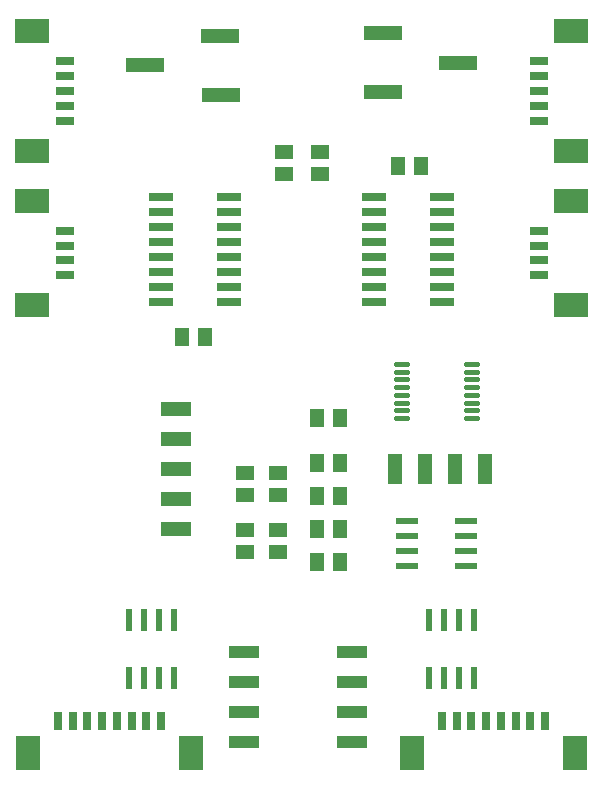
<source format=gbr>
G04 EAGLE Gerber RS-274X export*
G75*
%MOMM*%
%FSLAX34Y34*%
%LPD*%
%INSolderpaste Top*%
%IPPOS*%
%AMOC8*
5,1,8,0,0,1.08239X$1,22.5*%
G01*
%ADD10R,1.500000X1.300000*%
%ADD11R,1.300000X1.500000*%
%ADD12R,0.533400X1.981200*%
%ADD13R,1.600000X0.800000*%
%ADD14R,3.000000X2.100000*%
%ADD15R,0.800000X1.600000*%
%ADD16R,2.100000X3.000000*%
%ADD17R,2.032000X0.762000*%
%ADD18R,3.302000X1.270000*%
%ADD19R,1.981200X0.558800*%
%ADD20R,2.500000X1.000000*%
%ADD21C,0.450000*%
%ADD22R,2.540000X1.270000*%
%ADD23R,1.270000X2.540000*%


D10*
X269240Y516280D03*
X269240Y535280D03*
X238760Y516280D03*
X238760Y535280D03*
X233680Y244500D03*
X233680Y263500D03*
X205740Y263500D03*
X205740Y244500D03*
X233680Y196240D03*
X233680Y215240D03*
X205740Y215240D03*
X205740Y196240D03*
D11*
X286360Y243840D03*
X267360Y243840D03*
X267360Y271780D03*
X286360Y271780D03*
X286360Y215900D03*
X267360Y215900D03*
X267360Y187960D03*
X286360Y187960D03*
D12*
X146050Y138938D03*
X133350Y138938D03*
X120650Y138938D03*
X107950Y138938D03*
X107950Y89662D03*
X120650Y89662D03*
X133350Y89662D03*
X146050Y89662D03*
X400050Y138938D03*
X387350Y138938D03*
X374650Y138938D03*
X361950Y138938D03*
X361950Y89662D03*
X374650Y89662D03*
X387350Y89662D03*
X400050Y89662D03*
D13*
X53340Y468330D03*
X53340Y455830D03*
X53340Y443330D03*
X53340Y430830D03*
D14*
X25840Y493930D03*
X25840Y405230D03*
D13*
X454660Y430830D03*
X454660Y443330D03*
X454660Y455830D03*
X454660Y468330D03*
D14*
X482160Y405230D03*
X482160Y493930D03*
D15*
X47690Y53340D03*
X60190Y53340D03*
X72690Y53340D03*
X85190Y53340D03*
X97690Y53340D03*
X110190Y53340D03*
X122690Y53340D03*
X135190Y53340D03*
D16*
X22090Y25840D03*
X160790Y25840D03*
D15*
X372810Y53340D03*
X385310Y53340D03*
X397810Y53340D03*
X410310Y53340D03*
X422810Y53340D03*
X435310Y53340D03*
X447810Y53340D03*
X460310Y53340D03*
D16*
X347210Y25840D03*
X485910Y25840D03*
D13*
X53340Y611740D03*
X53340Y599240D03*
X53340Y586740D03*
X53340Y574240D03*
X53340Y561740D03*
D14*
X25840Y637340D03*
X25840Y536140D03*
D13*
X454660Y561740D03*
X454660Y574240D03*
X454660Y586740D03*
X454660Y599240D03*
X454660Y611740D03*
D14*
X482160Y536140D03*
X482160Y637340D03*
D11*
X172060Y378460D03*
X153060Y378460D03*
X335940Y523240D03*
X354940Y523240D03*
D17*
X135128Y496570D03*
X135128Y483870D03*
X135128Y471170D03*
X135128Y458470D03*
X135128Y445770D03*
X135128Y433070D03*
X135128Y420370D03*
X135128Y407670D03*
X192532Y407670D03*
X192532Y420370D03*
X192532Y433070D03*
X192532Y445770D03*
X192532Y458470D03*
X192532Y471170D03*
X192532Y483870D03*
X192532Y496570D03*
X372872Y407670D03*
X372872Y420370D03*
X372872Y433070D03*
X372872Y445770D03*
X372872Y458470D03*
X372872Y471170D03*
X372872Y483870D03*
X372872Y496570D03*
X315468Y496570D03*
X315468Y483870D03*
X315468Y471170D03*
X315468Y458470D03*
X315468Y445770D03*
X315468Y433070D03*
X315468Y420370D03*
X315468Y407670D03*
D18*
X185412Y582996D03*
X185341Y633126D03*
X121636Y608437D03*
X322588Y636204D03*
X322659Y586075D03*
X386364Y610763D03*
D19*
X343662Y222250D03*
X343662Y209550D03*
X343662Y196850D03*
X343662Y184150D03*
X392938Y184150D03*
X392938Y196850D03*
X392938Y209550D03*
X392938Y222250D03*
D20*
X205540Y111840D03*
X205540Y86440D03*
X205540Y61040D03*
X296540Y111840D03*
X296540Y86440D03*
X296540Y61040D03*
X205540Y35640D03*
X296540Y35640D03*
D11*
X286360Y309880D03*
X267360Y309880D03*
D21*
X334050Y355490D02*
X343550Y355490D01*
X343550Y348990D02*
X334050Y348990D01*
X334050Y342490D02*
X343550Y342490D01*
X343550Y335990D02*
X334050Y335990D01*
X334050Y329490D02*
X343550Y329490D01*
X343550Y322990D02*
X334050Y322990D01*
X334050Y316490D02*
X343550Y316490D01*
X343550Y309990D02*
X334050Y309990D01*
X393050Y309990D02*
X402550Y309990D01*
X402550Y316490D02*
X393050Y316490D01*
X393050Y322990D02*
X402550Y322990D01*
X402550Y329490D02*
X393050Y329490D01*
X393050Y335990D02*
X402550Y335990D01*
X402550Y342490D02*
X393050Y342490D01*
X393050Y348990D02*
X402550Y348990D01*
X402550Y355490D02*
X393050Y355490D01*
D22*
X147320Y266700D03*
X147320Y241300D03*
X147320Y215900D03*
X147320Y292100D03*
D23*
X383540Y266700D03*
X332740Y266700D03*
X408940Y266700D03*
X358140Y266700D03*
D22*
X147320Y317500D03*
M02*

</source>
